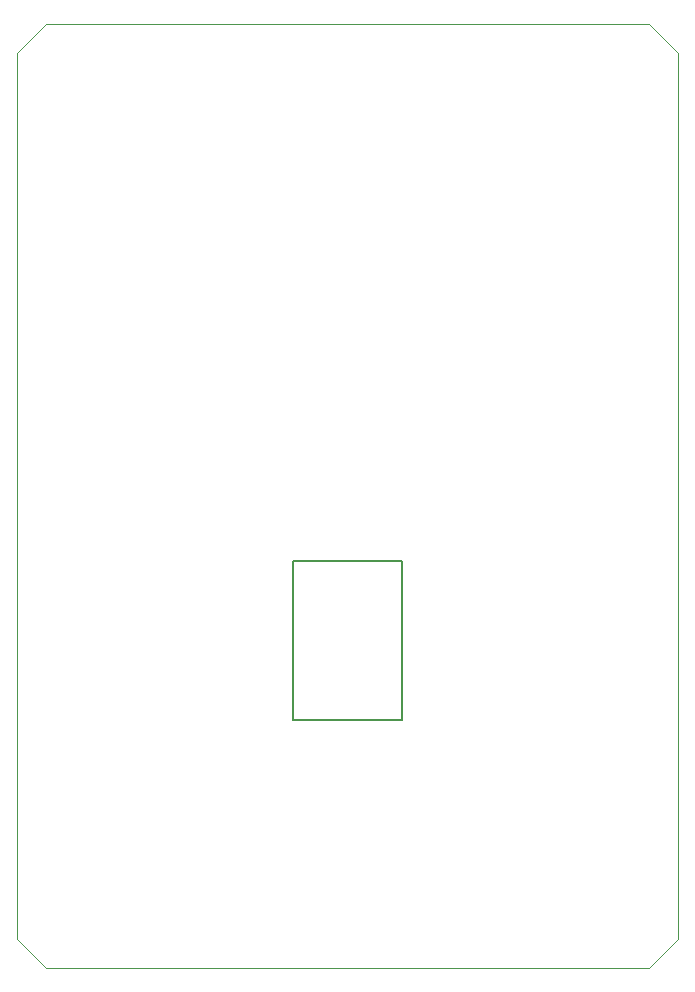
<source format=gbr>
G04 #@! TF.GenerationSoftware,KiCad,Pcbnew,(5.1.4-0-10_14)*
G04 #@! TF.CreationDate,2020-11-05T16:31:29+00:00*
G04 #@! TF.ProjectId,OpenLaserMouse,4f70656e-4c61-4736-9572-4d6f7573652e,rev?*
G04 #@! TF.SameCoordinates,Original*
G04 #@! TF.FileFunction,Profile,NP*
%FSLAX46Y46*%
G04 Gerber Fmt 4.6, Leading zero omitted, Abs format (unit mm)*
G04 Created by KiCad (PCBNEW (5.1.4-0-10_14)) date 2020-11-05 16:31:29*
%MOMM*%
%LPD*%
G04 APERTURE LIST*
%ADD10C,0.050000*%
%ADD11C,0.150000*%
G04 APERTURE END LIST*
D10*
X93500000Y-124000000D02*
X96000000Y-121500000D01*
X40000000Y-121500000D02*
X42500000Y-124000000D01*
X40000000Y-46564000D02*
X42500000Y-44064000D01*
X93500000Y-44064000D02*
X96000000Y-46564000D01*
X96000000Y-46564000D02*
X96000000Y-121500000D01*
X42500000Y-124000000D02*
X93500000Y-124000000D01*
X40000000Y-46564000D02*
X40000000Y-121500000D01*
X42500000Y-44064000D02*
X93500000Y-44064000D01*
D11*
X63422000Y-102960000D02*
X63422000Y-89500000D01*
X63422000Y-89500000D02*
X72622000Y-89500000D01*
X72622000Y-89500000D02*
X72622000Y-102960000D01*
X72622000Y-102960000D02*
X63422000Y-102960000D01*
M02*

</source>
